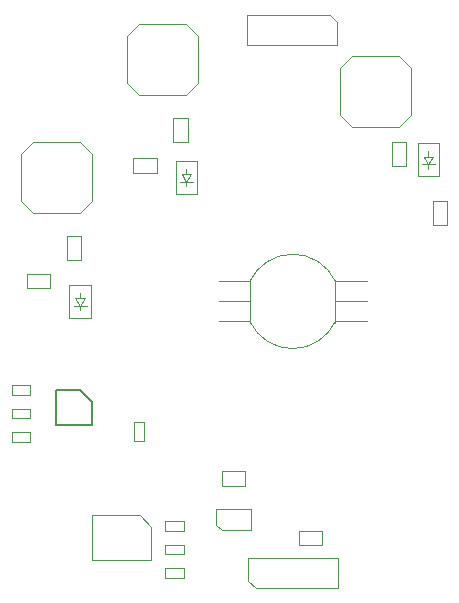
<source format=gbr>
G04 #@! TF.GenerationSoftware,KiCad,Pcbnew,5.1.4-e60b266~84~ubuntu18.04.1*
G04 #@! TF.CreationDate,2019-11-17T15:23:13-07:00*
G04 #@! TF.ProjectId,cob_single,636f625f-7369-46e6-976c-652e6b696361,rev?*
G04 #@! TF.SameCoordinates,Original*
G04 #@! TF.FileFunction,Other,Fab,Top*
%FSLAX46Y46*%
G04 Gerber Fmt 4.6, Leading zero omitted, Abs format (unit mm)*
G04 Created by KiCad (PCBNEW 5.1.4-e60b266~84~ubuntu18.04.1) date 2019-11-17 15:23:13*
%MOMM*%
%LPD*%
G04 APERTURE LIST*
%ADD10C,0.100000*%
%ADD11C,0.150000*%
G04 APERTURE END LIST*
D10*
X185600000Y-84400000D02*
X185600000Y-81600000D01*
X185600000Y-81600000D02*
X187400000Y-81600000D01*
X187400000Y-81600000D02*
X187400000Y-84400000D01*
X187400000Y-84400000D02*
X185600000Y-84400000D01*
X186500000Y-83750000D02*
X186500000Y-83350000D01*
X186500000Y-83350000D02*
X185950000Y-83350000D01*
X186500000Y-83350000D02*
X187050000Y-83350000D01*
X186500000Y-83350000D02*
X186100000Y-82750000D01*
X186100000Y-82750000D02*
X186900000Y-82750000D01*
X186900000Y-82750000D02*
X186500000Y-83350000D01*
X186500000Y-82750000D02*
X186500000Y-82250000D01*
X165100000Y-85900000D02*
X165100000Y-83100000D01*
X165100000Y-83100000D02*
X166900000Y-83100000D01*
X166900000Y-83100000D02*
X166900000Y-85900000D01*
X166900000Y-85900000D02*
X165100000Y-85900000D01*
X166000000Y-85250000D02*
X166000000Y-84850000D01*
X166000000Y-84850000D02*
X165450000Y-84850000D01*
X166000000Y-84850000D02*
X166550000Y-84850000D01*
X166000000Y-84850000D02*
X165600000Y-84250000D01*
X165600000Y-84250000D02*
X166400000Y-84250000D01*
X166400000Y-84250000D02*
X166000000Y-84850000D01*
X166000000Y-84250000D02*
X166000000Y-83750000D01*
X156100000Y-96400000D02*
X156100000Y-93600000D01*
X156100000Y-93600000D02*
X157900000Y-93600000D01*
X157900000Y-93600000D02*
X157900000Y-96400000D01*
X157900000Y-96400000D02*
X156100000Y-96400000D01*
X157000000Y-95750000D02*
X157000000Y-95350000D01*
X157000000Y-95350000D02*
X156450000Y-95350000D01*
X157000000Y-95350000D02*
X157550000Y-95350000D01*
X157000000Y-95350000D02*
X156600000Y-94750000D01*
X156600000Y-94750000D02*
X157400000Y-94750000D01*
X157400000Y-94750000D02*
X157000000Y-95350000D01*
X157000000Y-94750000D02*
X157000000Y-94250000D01*
X178625231Y-93309527D02*
G75*
G03X175000000Y-91000000I-3625231J-1690473D01*
G01*
X171374769Y-93309527D02*
G75*
G02X175000000Y-91000000I3625231J-1690473D01*
G01*
X171374769Y-96690473D02*
G75*
G03X175000000Y-99000000I3625231J1690473D01*
G01*
X178625231Y-96690473D02*
G75*
G02X175000000Y-99000000I-3625231J1690473D01*
G01*
X171400000Y-96800000D02*
X171400000Y-93200000D01*
X178600000Y-93200000D02*
X178600000Y-96800000D01*
X171400000Y-93300000D02*
X168800000Y-93300000D01*
X168800000Y-95000000D02*
X171400000Y-95000000D01*
X171400000Y-96700000D02*
X168800000Y-96700000D01*
X178600000Y-96700000D02*
X181300000Y-96700000D01*
X181300000Y-95000000D02*
X178600000Y-95000000D01*
X178600000Y-93300000D02*
X181300000Y-93300000D01*
X152500000Y-92650000D02*
X154500000Y-92650000D01*
X152500000Y-93850000D02*
X152500000Y-92650000D01*
X154500000Y-93850000D02*
X152500000Y-93850000D01*
X154500000Y-92650000D02*
X154500000Y-93850000D01*
X157100000Y-89500000D02*
X157100000Y-91500000D01*
X155900000Y-89500000D02*
X157100000Y-89500000D01*
X155900000Y-91500000D02*
X155900000Y-89500000D01*
X157100000Y-91500000D02*
X155900000Y-91500000D01*
X168550000Y-112620000D02*
X171450000Y-112620000D01*
X171450000Y-112620000D02*
X171450000Y-114380000D01*
X169000000Y-114380000D02*
X171450000Y-114380000D01*
X168550000Y-112620000D02*
X168550000Y-113930000D01*
X169000000Y-114380000D02*
X168550000Y-113930000D01*
X186900000Y-88500000D02*
X186900000Y-86500000D01*
X188100000Y-88500000D02*
X186900000Y-88500000D01*
X188100000Y-86500000D02*
X188100000Y-88500000D01*
X186900000Y-86500000D02*
X188100000Y-86500000D01*
X161500000Y-82900000D02*
X163500000Y-82900000D01*
X161500000Y-84100000D02*
X161500000Y-82900000D01*
X163500000Y-84100000D02*
X161500000Y-84100000D01*
X163500000Y-82900000D02*
X163500000Y-84100000D01*
X180000000Y-80250000D02*
X182000000Y-80250000D01*
X179000000Y-79250000D02*
X180000000Y-80250000D01*
X179000000Y-77250000D02*
X179000000Y-79250000D01*
X184000000Y-80250000D02*
X182000000Y-80250000D01*
X185000000Y-79250000D02*
X184000000Y-80250000D01*
X185000000Y-77250000D02*
X185000000Y-79250000D01*
X184000000Y-74250000D02*
X182000000Y-74250000D01*
X185000000Y-75250000D02*
X184000000Y-74250000D01*
X185000000Y-77250000D02*
X185000000Y-75250000D01*
X180000000Y-74250000D02*
X182000000Y-74250000D01*
X179000000Y-75250000D02*
X180000000Y-74250000D01*
X179000000Y-77250000D02*
X179000000Y-75250000D01*
X166000000Y-71500000D02*
X164000000Y-71500000D01*
X167000000Y-72500000D02*
X166000000Y-71500000D01*
X167000000Y-74500000D02*
X167000000Y-72500000D01*
X162000000Y-71500000D02*
X164000000Y-71500000D01*
X161000000Y-72500000D02*
X162000000Y-71500000D01*
X161000000Y-74500000D02*
X161000000Y-72500000D01*
X162000000Y-77500000D02*
X164000000Y-77500000D01*
X161000000Y-76500000D02*
X162000000Y-77500000D01*
X161000000Y-74500000D02*
X161000000Y-76500000D01*
X166000000Y-77500000D02*
X164000000Y-77500000D01*
X167000000Y-76500000D02*
X166000000Y-77500000D01*
X167000000Y-74500000D02*
X167000000Y-76500000D01*
X157000000Y-81500000D02*
X155000000Y-81500000D01*
X158000000Y-82500000D02*
X157000000Y-81500000D01*
X158000000Y-84500000D02*
X158000000Y-82500000D01*
X153000000Y-81500000D02*
X155000000Y-81500000D01*
X152000000Y-82500000D02*
X153000000Y-81500000D01*
X152000000Y-84500000D02*
X152000000Y-82500000D01*
X153000000Y-87500000D02*
X155000000Y-87500000D01*
X152000000Y-86500000D02*
X153000000Y-87500000D01*
X152000000Y-84500000D02*
X152000000Y-86500000D01*
X157000000Y-87500000D02*
X155000000Y-87500000D01*
X158000000Y-86500000D02*
X157000000Y-87500000D01*
X158000000Y-84500000D02*
X158000000Y-86500000D01*
X184600000Y-81500000D02*
X184600000Y-83500000D01*
X183400000Y-81500000D02*
X184600000Y-81500000D01*
X183400000Y-83500000D02*
X183400000Y-81500000D01*
X184600000Y-83500000D02*
X183400000Y-83500000D01*
X171000000Y-110600000D02*
X169000000Y-110600000D01*
X171000000Y-109400000D02*
X171000000Y-110600000D01*
X169000000Y-109400000D02*
X171000000Y-109400000D01*
X169000000Y-110600000D02*
X169000000Y-109400000D01*
X166100000Y-79500000D02*
X166100000Y-81500000D01*
X164900000Y-79500000D02*
X166100000Y-79500000D01*
X164900000Y-81500000D02*
X164900000Y-79500000D01*
X166100000Y-81500000D02*
X164900000Y-81500000D01*
X165800000Y-118400000D02*
X164200000Y-118400000D01*
X165800000Y-117600000D02*
X165800000Y-118400000D01*
X164200000Y-117600000D02*
X165800000Y-117600000D01*
X164200000Y-118400000D02*
X164200000Y-117600000D01*
X162400000Y-106800000D02*
X161600000Y-106800000D01*
X161600000Y-106800000D02*
X161600000Y-105200000D01*
X161600000Y-105200000D02*
X162400000Y-105200000D01*
X162400000Y-105200000D02*
X162400000Y-106800000D01*
X177500000Y-114400000D02*
X177500000Y-115600000D01*
X177500000Y-115600000D02*
X175500000Y-115600000D01*
X175500000Y-115600000D02*
X175500000Y-114400000D01*
X175500000Y-114400000D02*
X177500000Y-114400000D01*
X171865000Y-119270000D02*
X171230000Y-118635000D01*
X178850000Y-119270000D02*
X171865000Y-119270000D01*
X178850000Y-116730000D02*
X178850000Y-119270000D01*
X171230000Y-116730000D02*
X178850000Y-116730000D01*
X171230000Y-118635000D02*
X171230000Y-116730000D01*
X178770000Y-71365000D02*
X178770000Y-73270000D01*
X178770000Y-73270000D02*
X171150000Y-73270000D01*
X171150000Y-73270000D02*
X171150000Y-70730000D01*
X171150000Y-70730000D02*
X178135000Y-70730000D01*
X178135000Y-70730000D02*
X178770000Y-71365000D01*
X164200000Y-114400000D02*
X164200000Y-113600000D01*
X164200000Y-113600000D02*
X165800000Y-113600000D01*
X165800000Y-113600000D02*
X165800000Y-114400000D01*
X165800000Y-114400000D02*
X164200000Y-114400000D01*
X165800000Y-115600000D02*
X165800000Y-116400000D01*
X165800000Y-116400000D02*
X164200000Y-116400000D01*
X164200000Y-116400000D02*
X164200000Y-115600000D01*
X164200000Y-115600000D02*
X165800000Y-115600000D01*
X151200000Y-106900000D02*
X151200000Y-106100000D01*
X151200000Y-106100000D02*
X152800000Y-106100000D01*
X152800000Y-106100000D02*
X152800000Y-106900000D01*
X152800000Y-106900000D02*
X151200000Y-106900000D01*
X152800000Y-104900000D02*
X151200000Y-104900000D01*
X152800000Y-104100000D02*
X152800000Y-104900000D01*
X151200000Y-104100000D02*
X152800000Y-104100000D01*
X151200000Y-104900000D02*
X151200000Y-104100000D01*
X151200000Y-102900000D02*
X151200000Y-102100000D01*
X151200000Y-102100000D02*
X152800000Y-102100000D01*
X152800000Y-102100000D02*
X152800000Y-102900000D01*
X152800000Y-102900000D02*
X151200000Y-102900000D01*
X162980000Y-114060000D02*
X162980000Y-116880000D01*
X162980000Y-116880000D02*
X158020000Y-116880000D01*
X158020000Y-116880000D02*
X158020000Y-113120000D01*
X158020000Y-113120000D02*
X162040000Y-113120000D01*
X162040000Y-113120000D02*
X162980000Y-114060000D01*
D11*
X158000000Y-103500000D02*
X158000000Y-105500000D01*
X158000000Y-105500000D02*
X155000000Y-105500000D01*
X155000000Y-105500000D02*
X155000000Y-102500000D01*
X155000000Y-102500000D02*
X157000000Y-102500000D01*
X157000000Y-102500000D02*
X158000000Y-103500000D01*
M02*

</source>
